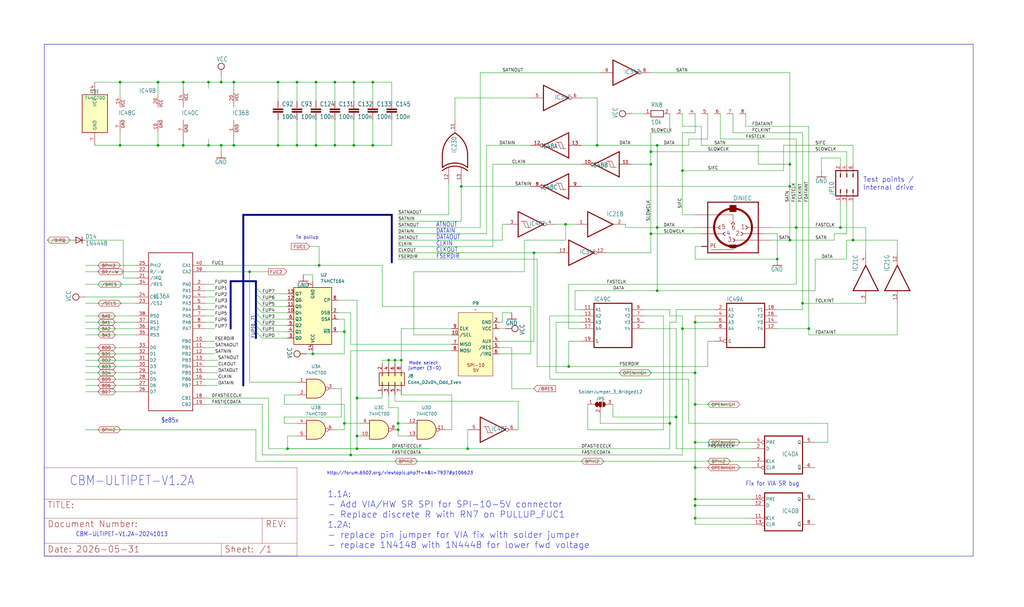
<source format=kicad_sch>
(kicad_sch (version 20250114) (generator "eeschema") (generator_version "9.0")
  (paper "User" 411.632 243.992)
  (text "FSERDIR" (at 175.26 104.14 0) (effects (font (size 1.778 1.5113)) (justify left bottom)))
  (text "To pullup" (at 123.444 95.504 0) (effects (font (size 1.27 1.27))))
  (text "ATNOUT" (at 175.26 91.44 0) (effects (font (size 1.778 1.5113)) (justify left bottom)))
  (text "CBM-ULTIPET-V1.2A\n" (at 27.94 195.58 0) (effects (font (size 3.81 3.2385)) (justify left bottom)))
  (text "DATAIN" (at 175.26 93.98 0) (effects (font (size 1.778 1.5113)) (justify left bottom)))
  (text "http://forum.6502.org/viewtopic.php?f=4&t=7937#p106623" (at 160.782 190.246 0) (effects (font (size 1.27 1.27))))
  (text "$e85x" (at 64.77 170.18 0) (effects (font (size 1.778 1.5113)) (justify left bottom)))
  (text "CLKIN" (at 175.26 99.06 0) (effects (font (size 1.778 1.5113)) (justify left bottom)))
  (text "Fix for VIA SR bug" (at 299.72 195.58 0) (effects (font (size 1.778 1.5113)) (justify left bottom)))
  (text "DATAOUT" (at 175.26 96.52 0) (effects (font (size 1.778 1.5113)) (justify left bottom)))
  (text "CLKOUT" (at 175.26 101.6 0) (effects (font (size 1.778 1.5113)) (justify left bottom)))
  (text "CBM-ULTIPET-V1.2A-20241013" (at 30.48 215.9 0) (effects (font (size 1.778 1.5113)) (justify left bottom)))
  (text "Test points /\nInternal drive" (at 357.124 73.914 0) (effects (font (size 2 2))))
  (text "1.1A:\n- Add VIA/HW SR SPI for SPI-10-5V connector\n- Replace discrete R with RN7 on PULLUP_FUC1\n1.2A:\n- replace pin jumper for VIA fix with solder jumper\n- replace 1N4148 with 1N4448 for lower fwd voltage" (at 131.572 209.042 0) (effects (font (size 2.54 2.54)) (justify left)))
  (text "Mode select \njumper (3-0)" (at 170.688 147.066 0) (effects (font (size 1.27 1.27))))
  (junction (at 264.16 91.44))
  (junction (at 73.66 58.42))
  (junction (at 158.75 144.78))
  (junction (at 279.4 200.66))
  (junction (at 83.82 33.02))
  (junction (at 227.33 90.17))
  (junction (at 271.78 167.64))
  (junction (at 115.57 180.34))
  (junction (at 214.63 101.6))
  (junction (at 160.02 170.18))
  (junction (at 128.27 106.68))
  (junction (at 279.4 208.28))
  (junction (at 320.04 91.44))
  (junction (at 138.43 133.35))
  (junction (at 279.4 177.8))
  (junction (at 317.5 74.93))
  (junction (at 228.6 147.32))
  (junction (at 279.4 162.56))
  (junction (at 161.29 144.78))
  (junction (at 279.4 187.96))
  (junction (at 269.24 170.18))
  (junction (at 240.03 58.42))
  (junction (at 143.51 175.26))
  (junction (at 63.5 58.42))
  (junction (at 138.43 170.18))
  (junction (at 322.58 121.92))
  (junction (at 160.02 172.72))
  (junction (at 119.38 58.42))
  (junction (at 149.86 58.42))
  (junction (at 93.98 33.02))
  (junction (at 325.12 132.08))
  (junction (at 140.97 182.88))
  (junction (at 127 33.02))
  (junction (at 48.26 58.42))
  (junction (at 100.33 109.22))
  (junction (at 261.62 60.96))
  (junction (at 134.62 33.02))
  (junction (at 127 58.42))
  (junction (at 274.32 68.58))
  (junction (at 83.82 58.42))
  (junction (at 142.24 58.42))
  (junction (at 261.62 93.98))
  (junction (at 88.9 33.02))
  (junction (at 342.9 96.52))
  (junction (at 279.4 203.2))
  (junction (at 143.51 180.34))
  (junction (at 143.51 160.02))
  (junction (at 134.62 58.42))
  (junction (at 142.24 33.02))
  (junction (at 274.32 132.08))
  (junction (at 264.16 116.84))
  (junction (at 119.38 33.02))
  (junction (at 337.82 91.44))
  (junction (at 187.96 180.34))
  (junction (at 149.86 33.02))
  (junction (at 111.76 58.42))
  (junction (at 279.4 149.86))
  (junction (at 317.5 96.52))
  (junction (at 88.9 58.42))
  (junction (at 156.21 144.78))
  (junction (at 63.5 33.02))
  (junction (at 125.73 142.24))
  (junction (at 111.76 33.02))
  (junction (at 185.42 74.93))
  (junction (at 261.62 66.04))
  (junction (at 93.98 58.42))
  (junction (at 264.16 58.42))
  (junction (at 48.26 33.02))
  (junction (at 73.66 33.02))
  (junction (at 279.4 129.54))
  (junction (at 312.42 104.14))
  (junction (at 317.5 66.04))
  (bus_entry (at 102.87 125.73) (size 2.54 2.54))
  (bus_entry (at 102.87 120.65) (size 2.54 2.54))
  (bus_entry (at 102.87 133.35) (size 2.54 2.54))
  (bus_entry (at 102.87 115.57) (size 2.54 2.54))
  (bus_entry (at 102.87 130.81) (size 2.54 2.54))
  (bus_entry (at 102.87 118.11) (size 2.54 2.54))
  (bus_entry (at 102.87 128.27) (size 2.54 2.54))
  (bus_entry (at 102.87 123.19) (size 2.54 2.54))
  (wire (pts (xy 281.94 50.8) (xy 274.32 50.8)) (stroke (width 0.1524)))
  (wire (pts (xy 279.4 208.28) (xy 279.4 203.2)))
  (wire (pts (xy 138.43 170.18) (xy 144.78 170.18)))
  (wire (pts (xy 269.24 124.46) (xy 269.24 127)) (stroke (width 0.1524)))
  (wire (pts (xy 342.9 58.42) (xy 342.9 66.04)) (stroke (width 0.1524)))
  (wire (pts (xy 279.4 127) (xy 279.4 129.54)) (stroke (width 0.1524)))
  (bus (pts (xy 92.71 113.03) (xy 102.87 113.03)) (stroke (width 0.762)))
  (wire (pts (xy 100.33 109.22) (xy 100.33 153.67)) (stroke (width 0.1524)))
  (wire (pts (xy 138.43 172.72) (xy 134.62 172.72)))
  (wire (pts (xy 93.98 58.42) (xy 93.98 55.88)) (stroke (width 0.1524)))
  (wire (pts (xy 279.4 162.56) (xy 292.1 162.56)) (stroke (width 0.1524)))
  (wire (pts (xy 271.78 124.46) (xy 287.02 124.46)) (stroke (width 0.1524)))
  (wire (pts (xy 340.36 104.14) (xy 340.36 96.52)) (stroke (width 0.1524)))
  (wire (pts (xy 261.62 66.04) (xy 261.62 60.96)) (stroke (width 0.1524)))
  (wire (pts (xy 127 48.26) (xy 127 58.42)) (stroke (width 0.1524)))
  (wire (pts (xy 294.64 45.72) (xy 294.64 53.34)) (stroke (width 0.1524)))
  (wire (pts (xy 261.62 60.96) (xy 261.62 53.34)) (stroke (width 0.1524)))
  (wire (pts (xy 119.38 170.18) (xy 114.3 170.18)))
  (wire (pts (xy 261.62 66.04) (xy 261.62 93.98)) (stroke (width 0.1524)))
  (wire (pts (xy 271.78 129.54) (xy 271.78 124.46)) (stroke (width 0.1524)))
  (wire (pts (xy 138.43 162.56) (xy 138.43 170.18)))
  (wire (pts (xy 279.4 99.06) (xy 279.4 104.14)) (stroke (width 0.1524)))
  (wire (pts (xy 181.61 138.43) (xy 140.97 138.43)))
  (wire (pts (xy 83.82 33.02) (xy 88.9 33.02)) (stroke (width 0.1524)))
  (wire (pts (xy 82.55 160.02) (xy 107.95 160.02)) (stroke (width 0.1524)))
  (wire (pts (xy 342.9 96.52) (xy 360.68 96.52)) (stroke (width 0.1524)))
  (wire (pts (xy 149.86 58.42) (xy 157.48 58.42)) (stroke (width 0.1524)))
  (wire (pts (xy 317.5 66.04) (xy 304.8 66.04)) (stroke (width 0.1524)))
  (wire (pts (xy 223.52 90.17) (xy 227.33 90.17)))
  (wire (pts (xy 220.98 152.4) (xy 276.86 152.4)) (stroke (width 0.1524)))
  (wire (pts (xy 156.21 163.83) (xy 160.02 163.83)))
  (wire (pts (xy 193.04 91.44) (xy 193.04 29.21)) (stroke (width 0.1524)))
  (wire (pts (xy 82.55 144.78) (xy 87.63 144.78)))
  (wire (pts (xy 233.68 58.42) (xy 240.03 58.42)) (stroke (width 0.1524)))
  (wire (pts (xy 114.3 170.18) (xy 114.3 167.64)))
  (wire (pts (xy 276.86 58.42) (xy 276.86 55.88)) (stroke (width 0.1524)))
  (wire (pts (xy 119.38 33.02) (xy 127 33.02)) (stroke (width 0.1524)))
  (wire (pts (xy 54.61 109.22) (xy 34.29 109.22)) (stroke (width 0.1524)))
  (wire (pts (xy 181.61 134.62) (xy 166.37 134.62)))
  (wire (pts (xy 241.3 170.18) (xy 241.3 166.37)) (stroke (width 0.1524)))
  (wire (pts (xy 143.51 120.65) (xy 143.51 160.02)))
  (wire (pts (xy 54.61 144.78) (xy 34.29 144.78)) (stroke (width 0.1524)))
  (wire (pts (xy 314.96 68.58) (xy 314.96 58.42)) (stroke (width 0.1524)))
  (wire (pts (xy 227.33 96.52) (xy 227.33 90.17)))
  (bus (pts (xy 102.87 120.65) (xy 102.87 123.19)) (stroke (width 0.762)))
  (wire (pts (xy 160.02 96.52) (xy 201.93 96.52)) (stroke (width 0.1524)))
  (wire (pts (xy 119.38 40.64) (xy 119.38 33.02)) (stroke (width 0.1524)))
  (wire (pts (xy 48.26 33.02) (xy 63.5 33.02)) (stroke (width 0.1524)))
  (wire (pts (xy 125.73 142.24) (xy 138.43 142.24)))
  (wire (pts (xy 121.92 110.49) (xy 125.73 110.49)))
  (wire (pts (xy 213.36 123.19) (xy 213.36 142.24)) (stroke (width 0.1524)))
  (wire (pts (xy 119.38 58.42) (xy 119.38 48.26)) (stroke (width 0.1524)))
  (wire (pts (xy 279.4 200.66) (xy 302.26 200.66)))
  (wire (pts (xy 223.52 149.86) (xy 279.4 149.86)) (stroke (width 0.1524)))
  (wire (pts (xy 54.61 157.48) (xy 34.29 157.48)) (stroke (width 0.1524)))
  (wire (pts (xy 54.61 132.08) (xy 34.29 132.08)) (stroke (width 0.1524)))
  (wire (pts (xy 54.61 106.68) (xy 34.29 106.68)) (stroke (width 0.1524)))
  (wire (pts (xy 82.55 142.24) (xy 86.36 142.24)))
  (wire (pts (xy 82.55 124.46) (xy 86.36 124.46)) (stroke (width 0.1524)))
  (wire (pts (xy 302.26 177.8) (xy 279.4 177.8)) (stroke (width 0.1524)))
  (wire (pts (xy 105.41 162.56) (xy 105.41 182.88)) (stroke (width 0.1524)))
  (wire (pts (xy 213.36 142.24) (xy 200.66 142.24)) (stroke (width 0.1524)))
  (wire (pts (xy 181.61 158.75) (xy 181.61 172.72)))
  (wire (pts (xy 111.76 58.42) (xy 119.38 58.42)) (stroke (width 0.1524)))
  (wire (pts (xy 135.89 128.27) (xy 138.43 128.27)))
  (wire (pts (xy 274.32 53.34) (xy 274.32 68.58)) (stroke (width 0.1524)))
  (wire (pts (xy 107.95 180.34) (xy 107.95 160.02)) (stroke (width 0.1524)))
  (wire (pts (xy 82.55 106.68) (xy 128.27 106.68)) (stroke (width 0.1524)))
  (wire (pts (xy 34.29 119.38) (xy 54.61 119.38)) (stroke (width 0.1524)))
  (wire (pts (xy 269.24 127) (xy 274.32 127)) (stroke (width 0.1524)))
  (wire (pts (xy 82.55 129.54) (xy 86.36 129.54)) (stroke (width 0.1524)))
  (bus (pts (xy 102.87 113.03) (xy 102.87 115.57)) (stroke (width 0.762)))
  (wire (pts (xy 320.04 91.44) (xy 337.82 91.44)) (stroke (width 0.1524)))
  (wire (pts (xy 105.41 182.88) (xy 140.97 182.88)) (stroke (width 0.1524)))
  (wire (pts (xy 200.66 139.7) (xy 205.74 139.7)))
  (wire (pts (xy 54.61 142.24) (xy 34.29 142.24)) (stroke (width 0.1524)))
  (wire (pts (xy 284.48 147.32) (xy 284.48 137.16)) (stroke (width 0.1524)))
  (wire (pts (xy 105.41 125.73) (xy 115.57 125.73)))
  (wire (pts (xy 82.55 147.32) (xy 87.63 147.32)) (stroke (width 0.1524)))
  (wire (pts (xy 83.82 55.88) (xy 83.82 58.42)) (stroke (width 0.1524)))
  (wire (pts (xy 102.87 172.72) (xy 102.87 185.42)) (stroke (width 0.1524)))
  (wire (pts (xy 279.4 45.72) (xy 279.4 53.34)) (stroke (width 0.1524)))
  (wire (pts (xy 54.61 111.76) (xy 49.53 111.76)) (stroke (width 0.1524)))
  (wire (pts (xy 264.16 116.84) (xy 327.66 116.84)) (stroke (width 0.1524)))
  (wire (pts (xy 304.8 58.42) (xy 304.8 66.04)) (stroke (width 0.1524)))
  (wire (pts (xy 34.29 172.72) (xy 102.87 172.72)) (stroke (width 0.1524)))
  (wire (pts (xy 160.02 104.14) (xy 215.9 104.14)) (stroke (width 0.1524)))
  (wire (pts (xy 228.6 147.32) (xy 284.48 147.32)) (stroke (width 0.1524)))
  (wire (pts (xy 134.62 40.64) (xy 134.62 33.02)) (stroke (width 0.1524)))
  (wire (pts (xy 269.24 170.18) (xy 269.24 180.34)) (stroke (width 0.1524)))
  (wire (pts (xy 114.3 167.64) (xy 137.16 167.64)))
  (wire (pts (xy 105.41 130.81) (xy 115.57 130.81)))
  (wire (pts (xy 123.19 142.24) (xy 125.73 142.24)))
  (wire (pts (xy 294.64 53.34) (xy 322.58 53.34)) (stroke (width 0.1524)))
  (wire (pts (xy 134.62 58.42) (xy 142.24 58.42)) (stroke (width 0.1524)))
  (polyline (pts (xy 17.78 223.52) (xy 391.16 223.52)) (stroke (width 0.1524) (type solid)))
  (wire (pts (xy 195.58 93.98) (xy 195.58 58.42)) (stroke (width 0.1524)))
  (wire (pts (xy 259.08 132.08) (xy 271.78 132.08)) (stroke (width 0.1524)))
  (wire (pts (xy 233.68 124.46) (xy 231.14 124.46)) (stroke (width 0.1524)))
  (wire (pts (xy 327.66 116.84) (xy 327.66 104.14)) (stroke (width 0.1524)))
  (wire (pts (xy 54.61 152.4) (xy 34.29 152.4)) (stroke (width 0.1524)))
  (wire (pts (xy 309.88 96.52) (xy 317.5 96.52)) (stroke (width 0.1524)))
  (wire (pts (xy 138.43 170.18) (xy 138.43 172.72)))
  (wire (pts (xy 233.68 74.93) (xy 317.5 74.93)))
  (wire (pts (xy 337.82 81.28) (xy 337.82 91.44)) (stroke (width 0.1524)))
  (wire (pts (xy 82.55 132.08) (xy 86.36 132.08)))
  (wire (pts (xy 198.12 99.06) (xy 198.12 66.04)) (stroke (width 0.1524)))
  (wire (pts (xy 82.55 149.86) (xy 87.63 149.86)) (stroke (width 0.1524)))
  (wire (pts (xy 317.5 74.93) (xy 317.5 66.04)) (stroke (width 0.1524)))
  (wire (pts (xy 325.12 50.8) (xy 325.12 132.08)) (stroke (width 0.1524)))
  (wire (pts (xy 233.68 129.54) (xy 223.52 129.54)) (stroke (width 0.1524)))
  (wire (pts (xy 137.16 167.64) (xy 137.16 156.21)))
  (wire (pts (xy 142.24 40.64) (xy 142.24 33.02)) (stroke (width 0.1524)))
  (wire (pts (xy 158.75 144.78) (xy 161.29 144.78)))
  (wire (pts (xy 137.16 156.21) (xy 134.62 156.21)))
  (wire (pts (xy 302.26 210.82) (xy 279.4 210.82)))
  (wire (pts (xy 144.78 175.26) (xy 143.51 175.26)))
  (wire (pts (xy 160.02 175.26) (xy 160.02 172.72)))
  (bus (pts (xy 102.87 130.81) (xy 102.87 133.35)) (stroke (width 0.762)))
  (wire (pts (xy 128.27 106.68) (xy 153.67 106.68)) (stroke (width 0.1524)))
  (wire (pts (xy 340.36 96.52) (xy 342.9 96.52)) (stroke (width 0.1524)))
  (wire (pts (xy 166.37 109.22) (xy 210.82 109.22)))
  (wire (pts (xy 160.02 163.83) (xy 160.02 170.18)))
  (wire (pts (xy 125.73 110.49) (xy 125.73 113.03)))
  (wire (pts (xy 54.61 139.7) (xy 34.29 139.7)) (stroke (width 0.1524)))
  (wire (pts (xy 142.24 58.42) (xy 149.86 58.42)) (stroke (width 0.1524)))
  (wire (pts (xy 63.5 33.02) (xy 73.66 33.02)) (stroke (width 0.1524)))
  (wire (pts (xy 54.61 127) (xy 34.29 127)) (stroke (width 0.1524)))
  (wire (pts (xy 48.26 38.1) (xy 48.26 33.02)) (stroke (width 0.1524)))
  (wire (pts (xy 135.89 133.35) (xy 138.43 133.35)))
  (wire (pts (xy 240.03 39.37) (xy 240.03 58.42)))
  (wire (pts (xy 180.34 73.66) (xy 180.34 86.36)))
  (wire (pts (xy 160.02 172.72) (xy 160.02 170.18)))
  (wire (pts (xy 82.55 127) (xy 86.36 127)) (stroke (width 0.1524)))
  (wire (pts (xy 149.86 33.02) (xy 157.48 33.02)) (stroke (width 0.1524)))
  (bus (pts (xy 97.79 86.36) (xy 157.48 86.36)) (stroke (width 0.762)))
  (wire (pts (xy 279.4 177.8) (xy 279.4 162.56)) (stroke (width 0.1524)))
  (wire (pts (xy 314.96 58.42) (xy 342.9 58.42)) (stroke (width 0.1524)))
  (wire (pts (xy 231.14 116.84) (xy 264.16 116.84)) (stroke (width 0.1524)))
  (wire (pts (xy 276.86 55.88) (xy 284.48 55.88)) (stroke (width 0.1524)))
  (wire (pts (xy 105.41 118.11) (xy 115.57 118.11)))
  (wire (pts (xy 266.7 127) (xy 266.7 172.72)) (stroke (width 0.1524)))
  (wire (pts (xy 312.42 132.08) (xy 325.12 132.08)) (stroke (width 0.1524)))
  (wire (pts (xy 210.82 96.52) (xy 227.33 96.52)))
  (wire (pts (xy 119.38 158.75) (xy 114.3 158.75)))
  (wire (pts (xy 195.58 58.42) (xy 213.36 58.42)) (stroke (width 0.1524)))
  (wire (pts (xy 281.94 99.06) (xy 279.4 99.06)) (stroke (width 0.1524)))
  (wire (pts (xy 125.73 142.24) (xy 125.73 140.97)))
  (wire (pts (xy 261.62 53.34) (xy 269.24 53.34)) (stroke (width 0.1524)))
  (wire (pts (xy 279.4 129.54) (xy 279.4 149.86)) (stroke (width 0.1524)))
  (wire (pts (xy 274.32 132.08) (xy 287.02 132.08)) (stroke (width 0.1524)))
  (wire (pts (xy 274.32 68.58) (xy 274.32 86.36)) (stroke (width 0.1524)))
  (wire (pts (xy 48.26 58.42) (xy 63.5 58.42)) (stroke (width 0.1524)))
  (wire (pts (xy 200.66 137.16) (xy 214.63 137.16)))
  (wire (pts (xy 264.16 116.84) (xy 264.16 91.44)) (stroke (width 0.1524)))
  (wire (pts (xy 88.9 33.02) (xy 93.98 33.02)) (stroke (width 0.1524)))
  (wire (pts (xy 335.28 93.98) (xy 340.36 93.98)) (stroke (width 0.1524)))
  (wire (pts (xy 322.58 121.92) (xy 322.58 124.46)) (stroke (width 0.1524)))
  (wire (pts (xy 93.98 33.02) (xy 93.98 35.56)) (stroke (width 0.1524)))
  (wire (pts (xy 246.38 167.64) (xy 246.38 162.56)) (stroke (width 0.1524)))
  (wire (pts (xy 312.42 124.46) (xy 322.58 124.46)) (stroke (width 0.1524)))
  (wire (pts (xy 54.61 154.94) (xy 34.29 154.94)) (stroke (width 0.1524)))
  (wire (pts (xy 347.98 121.92) (xy 322.58 121.92)) (stroke (width 0.1524)))
  (wire (pts (xy 102.87 185.42) (xy 302.26 185.42)) (stroke (width 0.1524)))
  (wire (pts (xy 236.22 172.72) (xy 236.22 162.56)) (stroke (width 0.1524)))
  (wire (pts (xy 205.74 156.21) (xy 214.63 156.21)))
  (wire (pts (xy 105.41 135.89) (xy 115.57 135.89)))
  (wire (pts (xy 153.67 106.68) (xy 153.67 123.19)) (stroke (width 0.1524)))
  (wire (pts (xy 281.94 58.42) (xy 304.8 58.42)) (stroke (width 0.1524)))
  (wire (pts (xy 105.41 133.35) (xy 115.57 133.35)))
  (wire (pts (xy 38.1 33.02) (xy 48.26 33.02)) (stroke (width 0.1524)))
  (wire (pts (xy 82.55 116.84) (xy 86.36 116.84)) (stroke (width 0.1524)))
  (wire (pts (xy 158.75 144.78) (xy 158.75 146.05)))
  (wire (pts (xy 115.57 175.26) (xy 115.57 180.34)))
  (wire (pts (xy 82.55 137.16) (xy 86.36 137.16)) (stroke (width 0.1524)))
  (wire (pts (xy 140.97 138.43) (xy 140.97 125.73)))
  (bus (pts (xy 102.87 123.19) (xy 102.87 125.73)) (stroke (width 0.762)))
  (wire (pts (xy 201.93 96.52) (xy 201.93 91.44)) (stroke (width 0.1524)))
  (wire (pts (xy 181.61 132.08) (xy 161.29 132.08)))
  (wire (pts (xy 82.55 114.3) (xy 86.36 114.3)) (stroke (width 0.1524)))
  (wire (pts (xy 289.56 55.88) (xy 320.04 55.88)) (stroke (width 0.1524)))
  (wire (pts (xy 105.41 123.19) (xy 115.57 123.19)))
  (wire (pts (xy 337.82 63.5) (xy 330.2 63.5)) (stroke (width 0.1524)))
  (wire (pts (xy 228.6 114.3) (xy 320.04 114.3)) (stroke (width 0.1524)))
  (wire (pts (xy 228.6 132.08) (xy 228.6 114.3)) (stroke (width 0.1524)))
  (wire (pts (xy 269.24 129.54) (xy 271.78 129.54)) (stroke (width 0.1524)))
  (wire (pts (xy 142.24 33.02) (xy 149.86 33.02)) (stroke (width 0.1524)))
  (wire (pts (xy 279.4 208.28) (xy 302.26 208.28)))
  (wire (pts (xy 153.67 123.19) (xy 213.36 123.19)) (stroke (width 0.1524)))
  (wire (pts (xy 330.2 63.5) (xy 330.2 68.58)) (stroke (width 0.1524)))
  (bus (pts (xy 102.87 115.57) (xy 102.87 118.11)) (stroke (width 0.762)))
  (bus (pts (xy 102.87 133.35) (xy 102.87 135.89)) (stroke (width 0.762)))
  (wire (pts (xy 317.5 29.21) (xy 317.5 66.04)) (stroke (width 0.1524)))
  (wire (pts (xy 335.28 96.52) (xy 335.28 93.98)) (stroke (width 0.1524)))
  (wire (pts (xy 140.97 182.88) (xy 140.97 140.97)) (stroke (width 0.1524)))
  (wire (pts (xy 82.55 119.38) (xy 86.36 119.38)) (stroke (width 0.1524)))
  (wire (pts (xy 271.78 167.64) (xy 271.78 132.08)) (stroke (width 0.1524)))
  (wire (pts (xy 38.1 58.42) (xy 48.26 58.42)) (stroke (width 0.1524)))
  (wire (pts (xy 160.02 88.9) (xy 185.42 88.9)))
  (wire (pts (xy 271.78 180.34) (xy 271.78 167.64)) (stroke (width 0.1524)))
  (wire (pts (xy 54.61 149.86) (xy 34.29 149.86)) (stroke (width 0.1524)))
  (wire (pts (xy 63.5 58.42) (xy 73.66 58.42)) (stroke (width 0.1524)))
  (wire (pts (xy 320.04 91.44) (xy 309.88 91.44)) (stroke (width 0.1524)))
  (wire (pts (xy 179.07 172.72) (xy 181.61 172.72)))
  (wire (pts (xy 261.62 29.21) (xy 317.5 29.21)) (stroke (width 0.1524)))
  (wire (pts (xy 210.82 109.22) (xy 210.82 96.52)))
  (bus (pts (xy 97.79 86.36) (xy 97.79 154.94)) (stroke (width 0.762)))
  (wire (pts (xy 269.24 129.54) (xy 269.24 170.18)) (stroke (width 0.1524)))
  (wire (pts (xy 302.26 180.34) (xy 271.78 180.34)) (stroke (width 0.1524)))
  (bus (pts (xy 102.87 118.11) (xy 102.87 120.65)) (stroke (width 0.762)))
  (wire (pts (xy 201.93 90.17) (xy 201.93 91.44)))
  (wire (pts (xy 276.86 170.18) (xy 332.74 170.18)) (stroke (width 0.1524)))
  (wire (pts (xy 320.04 55.88) (xy 320.04 91.44)) (stroke (width 0.1524)))
  (wire (pts (xy 322.58 53.34) (xy 322.58 121.92)) (stroke (width 0.1524)))
  (wire (pts (xy 279.4 187.96) (xy 279.4 186.69)))
  (wire (pts (xy 100.33 109.22) (xy 107.95 109.22)) (stroke (width 0.1524)))
  (wire (pts (xy 284.48 137.16) (xy 287.02 137.16)) (stroke (width 0.1524)))
  (wire (pts (xy 153.67 144.78) (xy 156.21 144.78)))
  (wire (pts (xy 274.32 68.58) (xy 314.96 68.58)) (stroke (width 0.1524)))
  (wire (pts (xy 201.93 125.73) (xy 205.74 125.73)))
  (wire (pts (xy 215.9 147.32) (xy 228.6 147.32)) (stroke (width 0.1524)))
  (wire (pts (xy 241.3 170.18) (xy 269.24 170.18)) (stroke (width 0.1524)))
  (wire (pts (xy 83.82 35.56) (xy 83.82 33.02)) (stroke (width 0.1524)))
  (wire (pts (xy 163.83 175.26) (xy 160.02 175.26)))
  (wire (pts (xy 73.66 58.42) (xy 83.82 58.42)) (stroke (width 0.1524)))
  (wire (pts (xy 54.61 121.92) (xy 34.29 121.92)) (stroke (width 0.1524)))
  (wire (pts (xy 82.55 109.22) (xy 100.33 109.22)) (stroke (width 0.1524)))
  (wire (pts (xy 105.41 120.65) (xy 115.57 120.65)))
  (wire (pts (xy 325.12 132.08) (xy 325.12 134.62)) (stroke (width 0.1524)))
  (wire (pts (xy 279.4 203.2) (xy 302.26 203.2)))
  (wire (pts (xy 205.74 139.7) (xy 205.74 156.21)))
  (wire (pts (xy 261.62 60.96) (xy 340.36 60.96)) (stroke (width 0.1524)))
  (wire (pts (xy 281.94 58.42) (xy 281.94 50.8)) (stroke (width 0.1524)))
  (wire (pts (xy 287.02 129.54) (xy 279.4 129.54)) (stroke (width 0.1524)))
  (wire (pts (xy 49.53 96.52) (xy 34.29 96.52)) (stroke (width 0.1524)))
  (wire (pts (xy 135.89 125.73) (xy 140.97 125.73)))
  (wire (pts (xy 100.33 153.67) (xy 119.38 153.67)) (stroke (width 0.1524)))
  (wire (pts (xy 307.34 93.98) (xy 312.42 93.98)) (stroke (width 0.1524)))
  (wire (pts (xy 49.53 111.76) (xy 49.53 96.52)) (stroke (width 0.1524)))
  (wire (pts (xy 82.55 139.7) (xy 86.36 139.7)))
  (wire (pts (xy 287.02 127) (xy 279.4 127)) (stroke (width 0.1524)))
  (wire (pts (xy 153.67 146.05) (xy 153.67 144.78)))
  (wire (pts (xy 115.57 180.34) (xy 107.95 180.34)) (stroke (width 0.1524)))
  (wire (pts (xy 274.32 50.8) (xy 274.32 45.72)) (stroke (width 0.1524)))
  (wire (pts (xy 264.16 58.42) (xy 264.16 91.44)) (stroke (width 0.1524)))
  (wire (pts (xy 160.02 170.18) (xy 163.83 170.18)))
  (wire (pts (xy 279.4 53.34) (xy 274.32 53.34)) (stroke (width 0.1524)))
  (wire (pts (xy 317.5 96.52) (xy 335.28 96.52)) (stroke (width 0.1524)))
  (polyline (pts (xy 391.16 223.52) (xy 391.16 17.78)) (stroke (width 0.1524) (type solid)))
  (wire (pts (xy 153.67 158.75) (xy 153.67 160.02)))
  (wire (pts (xy 320.04 114.3) (xy 320.04 91.44)) (stroke (width 0.1524)))
  (wire (pts (xy 233.68 39.37) (xy 240.03 39.37)))
  (wire (pts (xy 317.5 96.52) (xy 317.5 74.93)) (stroke (width 0.1524)))
  (wire (pts (xy 158.75 161.29) (xy 208.28 161.29)))
  (wire (pts (xy 259.08 124.46) (xy 269.24 124.46)) (stroke (width 0.1524)))
  (wire (pts (xy 254 45.72) (xy 259.08 45.72)) (stroke (width 0.1524)))
  (wire (pts (xy 233.68 127) (xy 220.98 127)) (stroke (width 0.1524)))
  (wire (pts (xy 240.03 58.42) (xy 264.16 58.42)) (stroke (width 0.1524)))
  (wire (pts (xy 327.66 104.14) (xy 340.36 104.14)) (stroke (width 0.1524)))
  (wire (pts (xy 274.32 182.88) (xy 274.32 132.08)) (stroke (width 0.1524)))
  (wire (pts (xy 124.46 99.06) (xy 128.27 99.06)))
  (wire (pts (xy 149.86 58.42) (xy 149.86 48.26)) (stroke (width 0.1524)))
  (wire (pts (xy 299.72 45.72) (xy 299.72 50.8)) (stroke (width 0.1524)))
  (wire (pts (xy 134.62 33.02) (xy 142.24 33.02)) (stroke (width 0.1524)))
  (wire (pts (xy 261.62 101.6) (xy 261.62 93.98)) (stroke (width 0.1524)))
  (wire (pts (xy 200.66 129.54) (xy 201.93 129.54)))
  (wire (pts (xy 143.51 180.34) (xy 172.72 180.34)))
  (wire (pts (xy 185.42 74.93) (xy 213.36 74.93)))
  (wire (pts (xy 264.16 91.44) (xy 279.4 91.44)) (stroke (width 0.1524)))
  (wire (pts (xy 63.5 53.34) (xy 63.5 58.42)) (stroke (width 0.1524)))
  (wire (pts (xy 140.97 140.97) (xy 181.61 140.97)) (stroke (width 0.1524)))
  (wire (pts (xy 236.22 172.72) (xy 266.7 172.72)) (stroke (width 0.1524)))
  (wire (pts (xy 254 66.04) (xy 261.62 66.04)) (stroke (width 0.1524)))
  (wire (pts (xy 161.29 132.08) (xy 161.29 144.78)))
  (wire (pts (xy 279.4 210.82) (xy 279.4 208.28)))
  (wire (pts (xy 342.9 81.28) (xy 342.9 96.52)) (stroke (width 0.1524)))
  (wire (pts (xy 360.68 96.52) (xy 360.68 101.6)) (stroke (width 0.1524)))
  (wire (pts (xy 251.46 91.44) (xy 264.16 91.44)) (stroke (width 0.1524)))
  (wire (pts (xy 114.3 158.75) (xy 114.3 162.56)))
  (wire (pts (xy 246.38 167.64) (xy 271.78 167.64)) (stroke (width 0.1524)))
  (wire (pts (xy 73.66 33.02) (xy 83.82 33.02)) (stroke (width 0.1524)))
  (wire (pts (xy 88.9 58.42) (xy 88.9 60.96)) (stroke (width 0.1524)))
  (wire (pts (xy 269.24 53.34) (xy 269.24 45.72)) (stroke (width 0.1524)))
  (wire (pts (xy 208.28 161.29) (xy 208.28 172.72)))
  (wire (pts (xy 243.84 101.6) (xy 261.62 101.6)) (stroke (width 0.1524)))
  (wire (pts (xy 143.51 160.02) (xy 143.51 175.26)))
  (wire (pts (xy 83.82 58.42) (xy 88.9 58.42)) (stroke (width 0.1524)))
  (wire (pts (xy 284.48 55.88) (xy 284.48 45.72)) (stroke (width 0.1524)))
  (wire (pts (xy 279.4 200.66) (xy 279.4 187.96)))
  (wire (pts (xy 227.33 90.17) (xy 231.14 90.17)))
  (wire (pts (xy 279.4 187.96) (xy 279.4 177.8)) (stroke (width 0.1524)))
  (wire (pts (xy 160.02 86.36) (xy 180.34 86.36)))
  (wire (pts (xy 54.61 147.32) (xy 34.29 147.32)) (stroke (width 0.1524)))
  (wire (pts (xy 156.21 158.75) (xy 156.21 163.83)))
  (wire (pts (xy 48.26 53.34) (xy 48.26 58.42)) (stroke (width 0.1524)))
  (wire (pts (xy 279.4 86.36) (xy 274.32 86.36)) (stroke (width 0.1524)))
  (wire (pts (xy 185.42 74.93) (xy 185.42 73.66)))
  (wire (pts (xy 193.04 29.21) (xy 241.3 29.21)) (stroke (width 0.1524)))
  (wire (pts (xy 127 58.42) (xy 134.62 58.42)) (stroke (width 0.1524)))
  (wire (pts (xy 279.4 149.86) (xy 279.4 162.56)) (stroke (width 0.1524)))
  (wire (pts (xy 142.24 48.26) (xy 142.24 58.42)) (stroke (width 0.1524)))
  (wire (pts (xy 187.96 180.34) (xy 269.24 180.34)) (stroke (width 0.1524)))
  (wire (pts (xy 156.21 144.78) (xy 156.21 146.05)))
  (wire (pts (xy 276.86 152.4) (xy 276.86 170.18)) (stroke (width 0.1524)))
  (wire (pts (xy 214.63 137.16) (xy 214.63 101.6)))
  (wire (pts (xy 135.89 120.65) (xy 143.51 120.65)))
  (wire (pts (xy 200.66 132.08) (xy 203.2 132.08)))
  (wire (pts (xy 251.46 90.17) (xy 251.46 91.44)) (stroke (width 0.1524)))
  (wire (pts (xy 279.4 104.14) (xy 312.42 104.14)) (stroke (width 0.1524)))
  (wire (pts (xy 214.63 101.6) (xy 223.52 101.6)) (stroke (width 0.1524)))
  (wire (pts (xy 166.37 109.22) (xy 166.37 134.62)))
  (wire (pts (xy 160.02 93.98) (xy 195.58 93.98)) (stroke (width 0.1524)))
  (wire (pts (xy 325.12 134.62) (xy 360.68 134.62)) (stroke (width 0.1524)))
  (wire (pts (xy 105.41 128.27) (xy 115.57 128.27)))
  (wire (pts (xy 115.57 180.34) (xy 143.51 180.34)))
  (wire (pts (xy 332.74 177.8) (xy 327.66 177.8)) (stroke (width 0.1524)))
  (wire (pts (xy 215.9 104.14) (xy 215.9 147.32)) (stroke (width 0.1524)))
  (polyline (pts (xy 391.16 17.78) (xy 17.78 17.78)) (stroke (width 0.1524) (type solid)))
  (wire (pts (xy 140.97 182.88) (xy 274.32 182.88)) (stroke (width 0.1524)))
  (wire (pts (xy 340.36 93.98) (xy 340.36 81.28)) (stroke (width 0.1524)))
  (wire (pts (xy 82.55 154.94) (xy 87.63 154.94)) (stroke (width 0.1524)))
  (wire (pts (xy 182.88 39.37) (xy 213.36 39.37)))
  (wire (pts (xy 274.32 127) (xy 274.32 132.08)) (stroke (width 0.1524)))
  (wire (pts (xy 233.68 137.16) (xy 228.6 137.16)) (stroke (width 0.1524)))
  (wire (pts (xy 220.98 127) (xy 220.98 152.4)) (stroke (width 0.1524)))
  (wire (pts (xy 302.26 187.96) (xy 279.4 187.96)) (stroke (width 0.1524)))
  (wire (pts (xy 82.55 121.92) (xy 86.36 121.92)) (stroke (width 0.1524)))
  (wire (pts (xy 201.93 129.54) (xy 201.93 125.73)))
  (wire (pts (xy 54.61 114.3) (xy 34.29 114.3)) (stroke (width 0.1524)))
  (wire (pts (xy 185.42 88.9) (xy 185.42 74.93)))
  (bus (pts (xy 92.71 113.03) (xy 92.71 132.08)) (stroke (width 0.762)))
  (wire (pts (xy 127 33.02) (xy 127 40.64)) (stroke (width 0.1524)))
  (wire (pts (xy 138.43 133.35) (xy 138.43 142.24)))
  (wire (pts (xy 119.38 58.42) (xy 127 58.42)) (stroke (width 0.1524)))
  (wire (pts (xy 54.61 129.54) (xy 34.29 129.54)) (stroke (width 0.1524)))
  (wire (pts (xy 149.86 33.02) (xy 149.86 40.64)) (stroke (width 0.1524)))
  (wire (pts (xy 63.5 38.1) (xy 63.5 33.02)) (stroke (width 0.1524)))
  (wire (pts (xy 182.88 39.37) (xy 182.88 48.26)))
  (wire (pts (xy 143.51 175.26) (xy 143.51 180.34)))
  (wire (pts (xy 187.96 172.72) (xy 187.96 180.34)))
  (wire (pts (xy 223.52 129.54) (xy 223.52 149.86)) (stroke (width 0.1524)))
  (wire (pts (xy 337.82 66.04) (xy 337.82 63.5)) (stroke (width 0.1524)))
  (bus (pts (xy 102.87 125.73) (xy 102.87 128.27)) (stroke (width 0.762)))
  (wire (pts (xy 93.98 33.02) (xy 111.76 33.02)) (stroke (width 0.1524)))
  (wire (pts (xy 88.9 33.02) (xy 88.9 30.48)) (stroke (width 0.1524)))
  (wire (pts (xy 138.43 128.27) (xy 138.43 133.35)))
  (wire (pts (xy 82.55 152.4) (xy 87.63 152.4)) (stroke (width 0.1524)))
  (wire (pts (xy 264.16 58.42) (xy 276.86 58.42)) (stroke (width 0.1524)))
  (wire (pts (xy 160.02 99.06) (xy 198.12 99.06)) (stroke (width 0.1524)))
  (wire (pts (xy 93.98 58.42) (xy 111.76 58.42)) (stroke (width 0.1524)))
  (wire (pts (xy 332.74 170.18) (xy 332.74 177.8)) (stroke (width 0.1524)))
  (wire (pts (xy 115.57 180.34) (xy 143.51 180.34)) (stroke (width 0.1524)))
  (wire (pts (xy 54.61 134.62) (xy 34.29 134.62)) (stroke (width 0.1524)))
  (wire (pts (xy 161.29 158.75) (xy 181.61 158.75)))
  (wire (pts (xy 158.75 158.75) (xy 158.75 161.29)))
  (wire (pts (xy 312.42 93.98) (xy 312.42 104.14)) (stroke (width 0.1524)))
  (wire (pts (xy 111.76 33.02) (xy 111.76 40.64)) (stroke (width 0.1524)))
  (wire (pts (xy 153.67 160.02) (xy 143.51 160.02)))
  (wire (pts (xy 198.12 66.04) (xy 233.68 66.04)) (stroke (width 0.1524)))
  (wire (pts (xy 259.08 127) (xy 266.7 127)) (stroke (width 0.1524)))
  (wire (pts (xy 134.62 48.26) (xy 134.62 58.42)) (stroke (width 0.1524)))
  (wire (pts (xy 88.9 58.42) (xy 93.98 58.42)) (stroke (width 0.1524)))
  (wire (pts (xy 340.36 60.96) (xy 340.36 66.04)) (stroke (width 0.1524)))
  (wire (pts (xy 299.72 50.8) (xy 325.12 50.8)) (stroke (width 0.1524)))
  (wire (pts (xy 82.55 162.56) (xy 105.41 162.56)) (stroke (width 0.1524)))
  (wire (pts (xy 279.4 203.2) (xy 279.4 200.66)))
  (wire (pts (xy 29.21 96.52) (xy 19.05 96.52)) (stroke (width 0.1524)))
  (wire (pts (xy 337.82 91.44) (xy 347.98 91.44)) (stroke (width 0.1524)))
  (wire (pts (xy 360.68 134.62) (xy 360.68 121.92)) (stroke (width 0.1524)))
  (wire (pts (xy 261.62 93.98) (xy 281.94 93.98)) (stroke (width 0.1524)))
  (wire (pts (xy 231.14 124.46) (xy 231.14 116.84)) (stroke (width 0.1524)))
  (wire (pts (xy 111.76 48.26) (xy 111.76 58.42)) (stroke (width 0.1524)))
  (wire (pts (xy 228.6 137.16) (xy 228.6 147.32)) (stroke (width 0.1524)))
  (wire (pts (xy 111.76 33.02) (xy 119.38 33.02)) (stroke (width 0.1524)))
  (wire (pts (xy 157.48 33.02) (xy 157.48 40.64)) (stroke (width 0.1524)))
  (wire (pts (xy 289.56 45.72) (xy 289.56 55.88)) (stroke (width 0.1524)))
  (wire (pts (xy 143.51 180.34) (xy 187.96 180.34)) (stroke (width 0.1524)))
  (wire (pts (xy 128.27 99.06) (xy 128.27 106.68)))
  (wire (pts (xy 73.66 35.56) (xy 73.66 33.02)) (stroke (width 0.1524)))
  (wire (pts (xy 157.48 58.42) (xy 157.48 48.26)) (stroke (width 0.1524)))
  (bus (pts (xy 102.87 128.27) (xy 102.87 130.81)) (stroke (width 0.762)))
  (wire (pts (xy 127 33.02) (xy 134.62 33.02)) (stroke (width 0.1524)))
  (wire (pts (xy 160.02 101.6) (xy 214.63 101.6)) (stroke (width 0.1524)))
  (bus (pts (xy 157.48 86.36) (xy 157.48 105.41)) (stroke (width 0.762)))
  (wire (pts (xy 201.93 90.17) (xy 203.2 90.17)))
  (wire (pts (xy 114.3 162.56) (xy 138.43 162.56)))
  (wire (pts (xy 347.98 91.44) (xy 347.98 101.6)) (stroke (width 0.1524)))
  (wire (pts (xy 233.68 132.08) (xy 228.6 132.08)) (stroke (width 0.1524)))
  (wire (pts (xy 156.21 144.78) (xy 158.75 144.78)))
  (wire (pts (xy 160.02 91.44) (xy 193.04 91.44)) (stroke (width 0.1524)))
  (wire (pts (xy 73.66 55.88) (xy 73.66 58.42)) (stroke (width 0.1524)))
  (wire (pts (xy 119.38 175.26) (xy 115.57 175.26)))
  (polyline (pts (xy 17.78 17.78) (xy 17.78 223.52)) (stroke (width 0.1524) (type solid)))
  (wire (pts (xy 161.29 144.78) (xy 161.29 146.05)))
  (label "DATA" (at 246.38 116.84 0) (effects (font (size 1.2446 1.2446))))
  (label "FDATAINT" (at 302.26 50.8 0) (effects (font (size 1.2446 1.2446))))
  (label "FUP6" (at 105.41 120.65 0))
  (label "SATN" (at 327.66 96.52 0) (effects (font (size 1.2446 1.2446))))
  (label "FASTCLK" (at 327.66 91.44 0) (effects (font (size 1.2446 1.2446))))
  (label "SIFC" (at 274.32 83.82 90) (effects (font (size 1.2446 1.2446))))
  (label "SATN" (at 287.02 58.42 0) (effects (font (size 1.2446 1.2446))))
  (label "SATNIN" (at 207.01 74.93 0))
  (label "FASTIECDATA" (at 85.09 162.56 0) (effects (font (size 1.2446 1.2446))))
  (label "FUP4" (at 105.41 125.73 0))
  (label "DATA" (at 248.92 58.42 0) (effects (font (size 1.2446 1.2446))))
  (label "FUP3" (at 105.41 128.27 0))
  (label "SATNOUT" (at 87.63 144.78 0))
  (label "SLOWCLK" (at 327.66 60.96 0) (effects (font (size 1.2446 1.2446))))
  (label "FUP3" (at 86.36 121.92 0))
  (label "SATNIN" (at 86.36 142.24 0))
  (label "FSERDIR" (at 160.02 104.14 0) (effects (font (size 1.2446 1.2446))))
  (label "SLOWCLK" (at 261.62 53.34 0) (effects (font (size 1.2446 1.2446))))
  (label "FUP2" (at 105.41 130.81 0))
  (label "SLOWCLK" (at 261.62 88.9 90) (effects (font (size 1.2446 1.2446))))
  (label "SATNIN" (at 160.02 88.9 0))
  (label "FUP0" (at 105.41 135.89 0))
  (label "FSERDIR" (at 86.36 137.16 0) (effects (font (size 1.2446 1.2446))))
  (label "FUP1" (at 105.41 133.35 0))
  (label "FCLKINT" (at 322.58 81.28 90) (effects (font (size 1.2446 1.2446))))
  (label "FUP5" (at 105.41 123.19 0))
  (label "SATNOUT" (at 201.93 29.21 0))
  (label "DATA" (at 330.2 104.14 0) (effects (font (size 1.2446 1.2446))))
  (label "CLKIN" (at 160.02 99.06 0) (effects (font (size 1.2446 1.2446))))
  (label "FASTCLK" (at 243.84 114.3 0) (effects (font (size 1.2446 1.2446))))
  (label "FUP4" (at 86.36 124.46 0) (effects (font (size 1.2446 1.2446))))
  (label "SIFC" (at 284.48 68.58 0) (effects (font (size 1.2446 1.2446))))
  (label "FASTCLK" (at 299.72 55.88 0) (effects (font (size 1.2446 1.2446))))
  (label "CLKOUT" (at 87.63 147.32 0) (effects (font (size 1.2446 1.2446))))
  (label "DATAIN" (at 200.66 58.42 0) (effects (font (size 1.2446 1.2446))))
  (label "DFASTIECCLK" (at 85.09 160.02 0) (effects (font (size 1.2446 1.2446))))
  (label "DATA" (at 266.7 58.42 0) (effects (font (size 1.2446 1.2446))))
  (label "FASTIECDATA" (at 157.48 182.88 0) (effects (font (size 1.2446 1.2446))))
  (label "FUP1" (at 86.36 116.84 0))
  (label "FDATAINT" (at 325.12 81.28 90) (effects (font (size 1.2446 1.2446))))
  (label "FASTIECCLK" (at 284.48 180.34 0) (effects (font (size 1.2446 1.2446))))
  (label "SATNOUT" (at 160.02 91.44 0))
  (label "FASTIECDATA" (at 233.68 182.88 0) (effects (font (size 1.2446 1.2446))))
  (label "FUC1" (at 85.09 106.68 0) (effects (font (size 1.2446 1.2446))))
  (label "SLOWCLK" (at 266.7 93.98 0) (effects (font (size 1.2446 1.2446))))
  (label "DFASTIECCLK" (at 233.68 180.34 0) (effects (font (size 1.2446 1.2446))))
  (label "DFASTIECCLK" (at 157.48 180.34 0) (effects (font (size 1.2446 1.2446))))
  (label "DATAOUT" (at 160.02 96.52 0) (effects (font (size 1.2446 1.2446))))
  (label "CLKIN" (at 87.63 152.4 0) (effects (font (size 1.2446 1.2446))))
  (label "CLKIN" (at 205.74 66.04 0) (effects (font (size 1.2446 1.2446))))
  (label "SATN" (at 313.055 96.52 0) (effects (font (size 1.2446 1.2446))))
  (label "SATN" (at 317.5 81.28 90) (effects (font (size 1.2446 1.2446))))
  (label "FUP2" (at 86.36 119.38 0) (effects (font (size 1.2446 1.2446))))
  (label "FUP0" (at 86.36 114.3 0) (effects (font (size 1.2446 1.2446))))
  (label "FUP[0..7]" (at 102.87 135.89 90))
  (label "FUP7" (at 105.41 118.11 0))
  (label "SATN" (at 271.78 29.21 0) (effects (font (size 1.2446 1.2446))))
  (label "FCLKINT" (at 302.26 53.34 0) (effects (font (size 1.2446 1.2446))))
  (label "CLKOUT" (at 160.02 101.6 0) (effects (font (size 1.2446 1.2446))))
  (label "DATA" (at 266.7 91.44 0) (effects (font (size 1.2446 1.2446))))
  (label "FSERDIR" (at 248.92 147.32 0) (effects (font (size 1.2446 1.2446))))
  (label "SATNAOUT" (at 160.02 86.36 0))
  (label "SLOWCLK" (at 284.48 60.96 0) (effects (font (size 1.2446 1.2446))))
  (label "DATAOUT" (at 87.63 149.86 0) (effects (font (size 1.2446 1.2446))))
  (label "FASTCLK" (at 320.04 81.28 90) (effects (font (size 1.2446 1.2446))))
  (label "FUP7" (at 86.36 132.08 0))
  (label "FUP6" (at 86.36 129.54 0) (effects (font (size 1.2446 1.2446))))
  (label "DATAIN" (at 87.63 154.94 0) (effects (font (size 1.2446 1.2446))))
  (label "FUP5" (at 86.36 127 0) (effects (font (size 1.2446 1.2446))))
  (label "FCLKINT" (at 327.66 121.92 0) (effects (font (size 1.2446 1.2446))))
  (label "SIFC" (at 327.66 58.42 0) (effects (font (size 1.2446 1.2446))))
  (label "DATAIN" (at 160.02 93.98 0) (effects (font (size 1.2446 1.2446))))
  (label "FDATAINT" (at 327.66 134.62 0) (effects (font (size 1.2446 1.2446))))
  (label "SATNAOUT" (at 86.36 139.7 0))
  (global_label "BD5" (shape bidirectional) (at 39.37 152.4 0) (effects (font (size 1.2446 1.2446))) (property "Intersheetrefs" "${INTERSHEET_REFS}" (effects (hide yes))))
  (global_label "BA1" (shape bidirectional) (at 39.37 129.54 0) (effects (font (size 1.2446 1.2446))) (property "Intersheetrefs" "${INTERSHEET_REFS}" (effects (hide yes))))
  (global_label "FUC2" (shape output) (at 107.95 109.22 0) (property "Intersheetrefs" "${INTERSHEET_REFS}" (effects (hide yes))))
  (global_label "OPENHIGH" (shape bidirectional) (at 284.48 162.56 0) (effects (font (size 1.2446 1.2446))) (property "Intersheetrefs" "${INTERSHEET_REFS}" (effects (hide yes))))
  (global_label "/SEL5" (shape bidirectional) (at 39.37 121.92 0) (effects (font (size 1.2446 1.2446))) (property "Intersheetrefs" "${INTERSHEET_REFS}" (effects (hide yes))))
  (global_label "BD1" (shape bidirectional) (at 39.37 142.24 0) (effects (font (size 1.2446 1.2446))) (property "Intersheetrefs" "${INTERSHEET_REFS}" (effects (hide yes))))
  (global_label "{slash}BRES" (shape input) (at 214.63 156.21 0) (property "Intersheetrefs" "${INTERSHEET_REFS}" (effects (hide yes))))
  (global_label "BD6" (shape bidirectional) (at 39.37 154.94 0) (effects (font (size 1.2446 1.2446))) (property "Intersheetrefs" "${INTERSHEET_REFS}" (effects (hide yes))))
  (global_label "OPENHIGH" (shape bidirectional) (at 284.48 187.96 0) (effects (font (size 1.2446 1.2446))) (property "Intersheetrefs" "${INTERSHEET_REFS}" (effects (hide yes))))
  (global_label "BPHI2" (shape bidirectional) (at 284.48 185.42 0) (effects (font (size 1.2446 1.2446))) (property "Intersheetrefs" "${INTERSHEET_REFS}" (effects (hide yes))))
  (global_label "BPHI2" (shape bidirectional) (at 39.37 172.72 0) (effects (font (size 1.2446 1.2446))) (property "Intersheetrefs" "${INTERSHEET_REFS}" (effects (hide yes))))
  (global_label "BD4" (shape bidirectional) (at 39.37 149.86 0) (effects (font (size 1.2446 1.2446))) (property "Intersheetrefs" "${INTERSHEET_REFS}" (effects (hide yes))))
  (global_label "BPHI2" (shape bidirectional) (at 158.75 185.42 0) (effects (font (size 1.2446 1.2446))) (property "Intersheetrefs" "${INTERSHEET_REFS}" (effects (hide yes))))
  (global_label "BPHI2" (shape bidirectional) (at 39.37 106.68 0) (effects (font (size 1.2446 1.2446))) (property "Intersheetrefs" "${INTERSHEET_REFS}" (effects (hide yes))))
  (global_label "OPENHIGH" (shape bidirectional) (at 248.92 149.86 0) (effects (font (size 1.2446 1.2446))) (property "Intersheetrefs" "${INTERSHEET_REFS}" (effects (hide yes))))
  (global_label "BA3" (shape bidirectional) (at 39.37 134.62 0) (effects (font (size 1.2446 1.2446))) (property "Intersheetrefs" "${INTERSHEET_REFS}" (effects (hide yes))))
  (global_label "BR/-W" (shape bidirectional) (at 39.37 109.22 0) (effects (font (size 1.2446 1.2446))) (property "Intersheetrefs" "${INTERSHEET_REFS}" (effects (hide yes))))
  (global_label "/BRES" (shape bidirectional) (at 39.37 114.3 0) (effects (font (size 1.2446 1.2446))) (property "Intersheetrefs" "${INTERSHEET_REFS}" (effects (hide yes))))
  (global_label "FUC1" (shape input) (at 124.46 99.06 180) (property "Intersheetrefs" "${INTERSHEET_REFS}" (effects (hide yes))))
  (global_label "BD7" (shape bidirectional) (at 39.37 157.48 0) (effects (font (size 1.2446 1.2446))) (property "Intersheetrefs" "${INTERSHEET_REFS}" (effects (hide yes))))
  (global_label "BA0" (shape bidirectional) (at 39.37 127 0) (effects (font (size 1.2446 1.2446))) (property "Intersheetrefs" "${INTERSHEET_REFS}" (effects (hide yes))))
  (global_label "BD2" (shape bidirectional) (at 39.37 144.78 0) (effects (font (size 1.2446 1.2446))) (property "Intersheetrefs" "${INTERSHEET_REFS}" (effects (hide yes))))
  (global_label "BD3" (shape bidirectional) (at 39.37 147.32 0) (effects (font (size 1.2446 1.2446))) (property "Intersheetrefs" "${INTERSHEET_REFS}" (effects (hide yes))))
  (global_label "BD0" (shape bidirectional) (at 39.37 139.7 0) (effects (font (size 1.2446 1.2446))) (property "Intersheetrefs" "${INTERSHEET_REFS}" (effects (hide yes))))
  (global_label "/BIRQ" (shape bidirectional) (at 19.05 96.52 0) (effects (font (size 1.2446 1.2446))) (property "Intersheetrefs" "${INTERSHEET_REFS}" (effects (hide yes))))
  (global_label "OPENHIGH" (shape bidirectional) (at 284.48 177.8 0) (effects (font (size 1.2446 1.2446))) (property "Intersheetrefs" "${INTERSHEET_REFS}" (effects (hide yes))))
  (global_label "BPHI2" (shape bidirectional) (at 233.68 185.42 0) (effects (font (size 1.2446 1.2446))) (property "Intersheetrefs" "${INTERSHEET_REFS}" (effects (hide yes))))
  (global_label "BA2" (shape bidirectional) (at 39.37 132.08 0) (effects (font (size 1.2446 1.2446))) (property "Intersheetrefs" "${INTERSHEET_REFS}" (effects (hide yes))))
  (symbol (lib_id "cbm_ultipet_v1-eagle-import:C-EU025-024X044") (at 127 43.18 0) (unit 1)
    (property "Reference" "C124" (at 128.524 42.799 0) (effects (font (size 1.778 1.5113)) (justify left bottom)))
    (property "Value" "100n" (at 128.524 47.879 0) (effects (font (size 1.778 1.5113)) (justify left bottom)))
    (property "Footprint" "cbm_ultipet_v1:C025-024X044" (effects (hide yes)))
  )
  (symbol (lib_id "cbm_ultipet_v1-eagle-import:VIA") (at 111.76 58.42 0) (unit 2)
    (property "Reference" "IC36" (at 93.345 46.355 0) (effects (font (size 1.778 1.5113)) (justify left bottom)))
    (property "Value" "VIA" (effects (hide yes)))
    (property "Footprint" "Package_DIP:DIP-42_W15.24mm_Socket_LongPads" (effects (hide yes)))
  )
  (symbol (lib_id "cbm_ultipet_v1-eagle-import:C-EU025-024X044") (at 134.62 43.18 0) (unit 1)
    (property "Reference" "C131" (at 136.144 42.799 0) (effects (font (size 1.778 1.5113)) (justify left bottom)))
    (property "Value" "100n" (at 136.144 47.879 0) (effects (font (size 1.778 1.5113)) (justify left bottom)))
    (property "Footprint" "cbm_ultipet_v1:C025-024X044" (effects (hide yes)))
  )
  (symbol (lib_id "74xx:74HCT00") (at 127 172.72 0) (unit 2)
    (property "Reference" "U3" (at 126.9917 163.83 0))
    (property "Value" "74HCT00" (at 126.9917 166.37 0))
    (property "Footprint" "Package_DIP:DIP-14_W7.62mm_Socket_LongPads" (effects (hide yes)))
    (property "Datasheet" "http://www.ti.com/lit/gpn/sn74hct00" (effects (hide yes)))
    (property "Description" "quad 2-input NAND gate" (effects (hide yes)))
  )
  (symbol (lib_id "74xx:74HCT164") (at 125.73 128.27 180) (unit 1)
    (property "Reference" "U2" (at 128.7465 110.49 0) (effects (justify right)))
    (property "Value" "74HCT164" (at 128.7465 113.03 0) (effects (justify right)))
    (property "Footprint" "Package_DIP:DIP-14_W7.62mm_Socket_LongPads" (effects (hide yes)))
    (property "Datasheet" "https://assets.nexperia.com/documents/data-sheet/74HC_HCT164.pdf" (effects (hide yes)))
    (property "Description" "8-bit serial-in parallel-out shift register" (effects (hide yes)))
  )
  (symbol (lib_id "cbm_ultipet_v1-eagle-import:JP3Q") (at 340.36 73.66 0) (unit 1)
    (property "Reference" "JP10" (at 335.28 78.74 90) (effects (font (size 1.778 1.5113)) (justify left bottom)))
    (property "Value" "JP3Q" (effects (hide yes)))
    (property "Footprint" "cbm_ultipet_v1:JP3Q" (effects (hide yes)))
  )
  (symbol (lib_id "cbm_ultipet_v1-eagle-import:GND") (at 205.74 128.27 0) (unit 1)
    (property "Reference" "#GND055" (effects (hide yes)))
    (property "Value" "GND" (at 203.2 130.81 0) (effects (font (size 1.778 1.5113)) (justify left bottom)))
  )
  (symbol (lib_id "74xx:74HCT00") (at 127 156.21 0) (unit 1)
    (property "Reference" "U3" (at 126.9917 147.32 0))
    (property "Value" "74HCT00" (at 126.9917 149.86 0))
    (property "Footprint" "Package_DIP:DIP-14_W7.62mm_Socket_LongPads" (effects (hide yes)))
    (property "Datasheet" "http://www.ti.com/lit/gpn/sn74hct00" (effects (hide yes)))
    (property "Description" "quad 2-input NAND gate" (effects (hide yes)))
  )
  (symbol (lib_id "cbm_ultipet_v1-eagle-import:VCC") (at 205.74 132.08 270) (unit 1)
    (property "Reference" "#V03" (effects (hide yes)))
    (property "Value" "VCC" (at 208.915 130.175 0) (effects (font (size 1.778 1.5113)) (justify left bottom)))
  )
  (symbol (lib_id "cbm_ultipet_v1-eagle-import:7414N") (at 243.84 66.04 180) (unit 2)
    (property "Reference" "IC48" (at 244.475 65.405 0) (effects (font (size 1.778 1.5113)) (justify left bottom)))
    (property "Value" "7414N" (effects (hide yes)))
    (property "Footprint" "Package_DIP:DIP-14_W7.62mm_Socket_LongPads" (effects (hide yes)))
  )
  (symbol (lib_id "cbm_ultipet_v1-eagle-import:74241N") (at 299.72 129.54 0) (unit 1)
    (property "Reference" "IC49" (at 292.1 121.285 0) (effects (font (size 1.778 1.5113)) (justify left bottom)))
    (property "Value" "74241N" (effects (hide yes)))
    (property "Footprint" "Package_DIP:DIP-20_W7.62mm_Socket_LongPads" (effects (hide yes)))
  )
  (symbol (lib_id "cbm_ultipet_v1-eagle-import:C-EU025-024X044") (at 149.86 43.18 0) (unit 1)
    (property "Reference" "C133" (at 151.384 42.799 0) (effects (font (size 1.778 1.5113)) (justify left bottom)))
    (property "Value" "100n" (at 151.384 47.879 0) (effects (font (size 1.778 1.5113)) (justify left bottom)))
    (property "Footprint" "cbm_ultipet_v1:C025-024X044" (effects (hide yes)))
  )
  (symbol (lib_id "cbm_ultipet_v1-eagle-import:GND") (at 88.9 63.5 0) (unit 1)
    (property "Reference" "#GND095" (effects (hide yes)))
    (property "Value" "GND" (at 86.36 66.04 0) (effects (font (size 1.778 1.5113)) (justify left bottom)))
  )
  (symbol (lib_id "cbm_ultipet_v1-eagle-import:7417N") (at 360.68 111.76 90) (unit 7)
    (property "Reference" "IC21" (at 357.505 109.22 0) (effects (font (size 1.778 1.5113)) (justify left bottom)))
    (property "Value" "7417N" (effects (hide yes)))
    (property "Footprint" "Package_DIP:DIP-14_W7.62mm_Socket_LongPads" (effects (hide yes)))
  )
  (symbol (lib_id "74xx:74HCT00") (at 171.45 172.72 0) (unit 4)
    (property "Reference" "U3" (at 171.4417 163.83 0))
    (property "Value" "74HCT00" (at 171.4417 166.37 0))
    (property "Footprint" "Package_DIP:DIP-14_W7.62mm_Socket_LongPads" (effects (hide yes)))
    (property "Datasheet" "http://www.ti.com/lit/gpn/sn74hct00" (effects (hide yes)))
    (property "Description" "quad 2-input NAND gate" (effects (hide yes)))
  )
  (symbol (lib_id "Connector_Generic:Conn_02x04_Odd_Even") (at 156.21 153.67 90) (unit 1)
    (property "Reference" "J8" (at 163.83 151.1299 90) (effects (justify right)))
    (property "Value" "Conn_02x04_Odd_Even" (at 163.83 153.6699 90) (effects (justify right)))
    (property "Footprint" "Connector_PinHeader_2.54mm:PinHeader_2x04_P2.54mm_Vertical" (effects (hide yes)))
    (property "Description" "Generic connector, double row, 02x04, odd/even pin numbering scheme (row 1 odd numbers, row 2 even numbers), script generated (kicad-library-utils/schlib/autogen/connector/)" (effects (hide yes)))
  )
  (symbol (lib_id "cbm_ultipet_v1-eagle-import:7414N") (at 48.26 45.72 0) (unit 7)
    (property "Reference" "IC48" (at 47.625 46.355 0) (effects (font (size 1.778 1.5113)) (justify left bottom)))
    (property "Value" "7414N" (effects (hide yes)))
    (property "Footprint" "Package_DIP:DIP-14_W7.62mm_Socket_LongPads" (effects (hide yes)))
  )
  (symbol (lib_id "cbm_ultipet_v1-eagle-import:7414N") (at 223.52 58.42 180) (unit 1)
    (property "Reference" "IC48" (at 224.155 57.785 0) (effects (font (size 1.778 1.5113)) (justify left bottom)))
    (property "Value" "7414N" (effects (hide yes)))
    (property "Footprint" "Package_DIP:DIP-14_W7.62mm_Socket_LongPads" (effects (hide yes)))
  )
  (symbol (lib_id "74xx:74HCT00") (at 38.1 45.72 0) (unit 5)
    (property "Reference" "U3" (at 38.0917 36.83 0))
    (property "Value" "74HCT00" (at 38.0917 39.37 0))
    (property "Footprint" "Package_DIP:DIP-14_W7.62mm_Socket_LongPads" (effects (hide yes)))
    (property "Datasheet" "http://www.ti.com/lit/gpn/sn74hct00" (effects (hide yes)))
    (property "Description" "quad 2-input NAND gate" (effects (hide yes)))
  )
  (symbol (lib_id "cbm_ultipet_v1-eagle-import:DINIEC") (at 294.64 91.44 0) (unit 1)
    (property "Reference" "U$28" (effects (hide yes)))
    (property "Value" "DINIEC" (at 294.64 80.645 0) (effects (font (size 1.778 1.5113)) (justify left bottom)))
    (property "Footprint" "cbm_ultipet_v1:DIN6PIEC" (effects (hide yes)))
  )
  (symbol (lib_id "cbm_ultipet_v1-eagle-import:74xx-us_7474N") (at 314.96 205.74 0) (unit 2)
    (property "Reference" "IC40" (at 314.325 206.375 0) (effects (font (size 1.778 1.5113)) (justify left bottom)))
    (property "Value" "7474N" (effects (hide yes)))
    (property "Footprint" "Package_DIP:DIP-14_W7.62mm_Socket_LongPads" (effects (hide yes)))
  )
  (symbol (lib_id "cbm_ultipet_v1-eagle-import:74xx-us_7474N") (at 314.96 182.88 0) (unit 1)
    (property "Reference" "IC40" (at 314.325 183.515 0) (effects (font (size 1.778 1.5113)) (justify left bottom)))
    (property "Value" "7474N" (effects (hide yes)))
    (property "Footprint" "Package_DIP:DIP-14_W7.62mm_Socket_LongPads" (effects (hide yes)))
  )
  (symbol (lib_id "cbm_ultipet_v1-eagle-import:7406N") (at 233.68 101.6 0) (unit 6)
    (property "Reference" "IC34" (at 233.045 102.235 0) (effects (font (size 1.778 1.5113)) (justify left bottom)))
    (property "Value" "7406N" (effects (hide yes)))
    (property "Footprint" "Package_DIP:DIP-14_W7.62mm_Socket_LongPads" (effects (hide yes)))
  )
  (symbol (lib_id "cbm_ultipet_v1-eagle-import:74xx-us_7474N") (at 73.66 45.72 0) (unit 3)
    (property "Reference" "IC40" (at 73.025 46.355 0) (effects (font (size 1.778 1.5113)) (justify left bottom)))
    (property "Value" "7474N" (effects (hide yes)))
    (property "Footprint" "Package_DIP:DIP-14_W7.62mm_Socket_LongPads" (effects (hide yes)))
  )
  (symbol (lib_id "cbm_ultipet_v1-eagle-import:RN07") (at 264.16 45.72 0) (unit 1)
    (property "Reference" "RN8" (at 261.62 43.18 0) (effects (font (size 1.778 1.5113)) (justify left bottom)))
    (property "Value" "10k" (at 261.62 50.038 0) (effects (font (size 1.778 1.5113)) (justify left bottom)))
    (property "Footprint" "cbm_ultipet_v1:RN-8" (effects (hide yes)))
  )
  (symbol (lib_id "cbm_ultipet_v1-eagle-import:7417N") (at 241.3 90.17 0) (unit 2)
    (property "Reference" "IC21" (at 243.84 86.995 0) (effects (font (size 1.778 1.5113)) (justify left bottom)))
    (property "Value" "7417N" (effects (hide yes)))
    (property "Footprint" "Package_DIP:DIP-14_W7.62mm_Socket_LongPads" (effects (hide yes)))
  )
  (symbol (lib_id "cbm_ultipet_v1-eagle-import:74241N") (at 63.5 45.72 0) (unit 2)
    (property "Reference" "IC49" (at 55.88 37.465 0) (effects (font (size 1.778 1.5113)) (justify left bottom)))
    (property "Value" "74241N" (effects (hide yes)))
    (property "Footprint" "Package_DIP:DIP-20_W7.62mm_Socket_LongPads" (effects (hide yes)))
  )
  (symbol (lib_id "74xx:74HCT00") (at 152.4 172.72 0) (unit 3)
    (property "Reference" "U3" (at 152.3917 163.83 0))
    (property "Value" "74HCT00" (at 152.3917 166.37 0))
    (property "Footprint" "Package_DIP:DIP-14_W7.62mm_Socket_LongPads" (effects (hide yes)))
    (property "Datasheet" "http://www.ti.com/lit/gpn/sn74hct00" (effects (hide yes)))
    (property "Description" "quad 2-input NAND gate" (effects (hide yes)))
  )
  (symbol (lib_id "cbm_ultipet_v1-eagle-import:GND") (at 121.92 113.03 0) (unit 1)
    (property "Reference" "#GND041" (effects (hide yes)))
    (property "Value" "GND" (at 119.38 115.57 0) (effects (font (size 1.778 1.5113)) (justify left bottom)))
  )
  (symbol (lib_id "cbm_ultipet_v1-eagle-import:74241N") (at 246.38 129.54 0) (unit 3)
    (property "Reference" "IC49" (at 238.76 121.285 0) (effects (font (size 1.778 1.5113)) (justify left bottom)))
    (property "Value" "74241N" (effects (hide yes)))
    (property "Footprint" "Package_DIP:DIP-20_W7.62mm_Socket_LongPads" (effects (hide yes)))
  )
  (symbol (lib_id "cbm_ultipet_v1-eagle-import:GND") (at 330.2 71.12 0) (unit 1)
    (property "Reference" "#GND0131" (effects (hide yes)))
    (property "Value" "GND" (at 327.66 73.66 0) (effects (font (size 1.778 1.5113)) (justify left bottom)))
  )
  (symbol (lib_id "cbm_ultipet_v1-eagle-import:C-EU025-024X044") (at 157.48 43.18 0) (unit 1)
    (property "Reference" "C145" (at 159.004 42.799 0) (effects (font (size 1.778 1.5113)) (justify left bottom)))
    (property "Value" "100n" (at 159.004 47.879 0) (effects (font (size 1.778 1.5113)) (justify left bottom)))
    (property "Footprint" "cbm_ultipet_v1:C025-024X044" (effects (hide yes)))
  )
  (symbol (lib_id "cbm_ultipet_v1-eagle-import:7406N") (at 251.46 29.21 0) (unit 4)
    (property "Reference" "IC34" (at 250.825 29.845 0) (effects (font (size 1.778 1.5113)) (justify left bottom)))
    (property "Value" "7406N" (effects (hide yes)))
    (property "Footprint" "Package_DIP:DIP-14_W7.62mm_Socket_LongPads" (effects (hide yes)))
  )
  (symbol (lib_id "cbm_ultipet_v1-eagle-import:7414N") (at 213.36 90.17 0) (unit 5)
    (property "Reference" "IC48" (at 212.725 90.805 0) (effects (font (size 1.778 1.5113)) (justify left bottom)))
    (property "Value" "7414N" (effects (hide yes)))
    (property "Footprint" "Package_DIP:DIP-14_W7.62mm_Socket_LongPads" (effects (hide yes)))
  )
  (symbol (lib_id "cbm_ultipet_v1-eagle-import:7414N") (at 223.52 74.93 180) (unit 3)
    (property "Reference" "IC48" (at 224.155 74.295 0) (effects (font (size 1.778 1.5113)) (justify left bottom)))
    (property "Value" "7414N" (effects (hide yes)))
    (property "Footprint" "Package_DIP:DIP-14_W7.62mm_Socket_LongPads" (effects (hide yes)))
  )
  (symbol (lib_id "cbm_ultipet_v1-eagle-import:C-EU025-024X044") (at 111.76 43.18 0) (unit 1)
    (property "Reference" "C92" (at 113.284 42.799 0) (effects (font (size 1.778 1.5113)) (justify left bottom)))
    (property "Value" "100n" (at 113.284 47.879 0) (effects (font (size 1.778 1.5113)) (justify left bottom)))
    (property "Footprint" "cbm_ultipet_v1:C025-024X044" (effects (hide yes)))
  )
  (symbol (lib_id "cbm_ultipet_v1-eagle-import:C-EU025-024X044") (at 142.24 43.18 0) (unit 1)
    (property "Reference" "C132" (at 143.764 42.799 0) (effects (font (size 1.778 1.5113)) (justify left bottom)))
    (property "Value" "100n" (at 143.764 47.879 0) (effects (font (size 1.778 1.5113)) (justify left bottom)))
    (property "Footprint" "cbm_ultipet_v1:C025-024X044" (effects (hide yes)))
  )
  (symbol (lib_id "cbm_ultipet_v1-eagle-import:DOCFIELD") (at 17.78 223.52 0) (unit 1)
    (property "Reference" "#FRAME15" (effects (hide yes)))
    (property "Value" "DOCFIELD" (effects (hide yes)))
  )
  (symbol (lib_id "cbm_ultipet_v1-eagle-import:VCC") (at 251.46 45.72 90) (unit 1)
    (property "Reference" "#V054" (effects (hide yes)))
    (property "Value" "VCC" (at 248.285 47.625 0) (effects (font (size 1.778 1.5113)) (justify left bottom)))
  )
  (symbol (lib_id "cbm_ultipet_v1-eagle-import:GND") (at 312.42 106.68 0) (unit 1)
    (property "Reference" "#GND0121" (effects (hide yes)))
    (property "Value" "GND" (at 309.88 109.22 0) (effects (font (size 1.778 1.5113)) (justify left bottom)))
  )
  (symbol (lib_id "cbm_ultipet_v1-eagle-import:VCC") (at 31.75 119.38 90) (unit 1)
    (property "Reference" "#V061" (effects (hide yes)))
    (property "Value" "VCC" (at 28.575 121.285 0) (effects (font (size 1.778 1.5113)) (justify left bottom)))
  )
  (symbol (lib_id "cbm_ultipet_v1-eagle-import:1N4148DO35-7") (at 31.75 96.52 0) (unit 1)
    (property "Reference" "D14" (at 34.29 96.0374 0) (effects (font (size 1.778 1.5113)) (justify left bottom)))
    (property "Value" "1N4448" (at 34.29 98.8314 0) (effects (font (size 1.778 1.5113)) (justify left bottom)))
    (property "Footprint" "cbm_ultipet_v1:DO35-7" (effects (hide yes)))
  )
  (symbol (lib_id "cbm_ultipet_v1-eagle-import:7406N") (at 223.52 39.37 0) (unit 3)
    (property "Reference" "IC34" (at 222.885 40.005 0) (effects (font (size 1.778 1.5113)) (justify left bottom)))
    (property "Value" "7406N" (effects (hide yes)))
    (property "Footprint" "Package_DIP:DIP-14_W7.62mm_Socket_LongPads" (effects (hide yes)))
  )
  (symbol (lib_id "cbm_ultipet_v1-eagle-import:7486N") (at 182.88 60.96 90) (unit 4)
    (property "Reference" "IC23" (at 183.515 61.595 0) (effects (font (size 1.778 1.5113)) (justify left bottom)))
    (property "Value" "7486N" (effects (hide yes)))
    (property "Footprint" "Package_DIP:DIP-14_W7.62mm_Socket_LongPads" (effects (hide yes)))
  )
  (symbol (lib_id "cbm_ultipet_v1-eagle-import:7417N") (at 347.98 111.76 90) (unit 3)
    (property "Reference" "IC21" (at 344.805 109.22 0) (effects (font (size 1.778 1.5113)) (justify left bottom)))
    (property "Value" "7417N" (effects (hide yes)))
    (property "Footprint" "Package_DIP:DIP-14_W7.62mm_Socket_LongPads" (effects (hide yes)))
  )
  (symbol (lib_id "cbm_ultipet_v1-eagle-import:VCC") (at 88.9 27.94 0) (unit 1)
    (property "Reference" "#V043" (effects (hide yes)))
    (property "Value" "VCC" (at 86.995 24.765 0) (effects (font (size 1.778 1.5113)) (justify left bottom)))
  )
  (symbol (lib_id "cbm_ultipet_v1-eagle-import:VIA") (at 80.01 132.08 0) (unit 1)
    (property "Reference" "IC36" (at 61.595 120.015 0) (effects (font (size 1.778 1.5113)) (justify left bottom)))
    (property "Value" "VIA" (effects (hide yes)))
    (property "Footprint" "Package_DIP:DIP-42_W15.24mm_Socket_LongPads" (effects (hide yes)))
  )
  (symbol (lib_id "cbm_ultipet_v1-eagle-import:VCC") (at 120.65 142.24 90) (unit 1)
    (property "Reference" "#V032" (effects (hide yes)))
    (property "Value" "VCC" (at 117.475 144.145 0) (effects (font (size 1.778 1.5113)) (justify left bottom)))
  )
  (symbol (lib_id "SPI:SPI-10-5V") (at 195.58 152.4 180) (unit 1)
    (property "Reference" "P9" (at 191.135 121.92 0))
    (property "Value" "~" (at 191.135 124.46 0))
    (property "Footprint" "Connector_IDC:IDC-Header_2x05_P2.54mm_Vertical" (effects (hide yes)))
  )
  (symbol (lib_id "cbm_ultipet_v1-eagle-import:7414N") (at 198.12 172.72 0) (unit 6)
    (property "Reference" "IC48" (at 197.485 173.355 0) (effects (font (size 1.778 1.5113)) (justify left bottom)))
    (property "Value" "7414N" (effects (hide yes)))
    (property "Footprint" "Package_DIP:DIP-14_W7.62mm_Socket_LongPads" (effects (hide yes)))
  )
  (symbol (lib_id "Jumper:SolderJumper_3_Bridged12") (at 241.3 162.56 0) (unit 1) (exclude_from_sim yes) (in_bom no)
    (property "Reference" "JP5" (at 241.3 160.274 0))
    (property "Value" "SolderJumper_3_Bridged12" (at 245.364 157.48 0))
    (property "Footprint" "Jumper:SolderJumper-3_P1.3mm_Bridged12_RoundedPad1.0x1.5mm_NumberLabels" (effects (hide yes)))
    (property "Description" "3-pole Solder Jumper, pins 1+2 closed/bridged" (effects (hide yes)))
  )
  (symbol (lib_id "cbm_ultipet_v1-eagle-import:C-EU025-024X044") (at 119.38 43.18 0) (unit 1)
    (property "Reference" "C93" (at 120.904 42.799 0) (effects (font (size 1.778 1.5113)) (justify left bottom)))
    (property "Value" "100n" (at 120.904 47.879 0) (effects (font (size 1.778 1.5113)) (justify left bottom)))
    (property "Footprint" "cbm_ultipet_v1:C025-024X044" (effects (hide yes)))
  )
)
</source>
